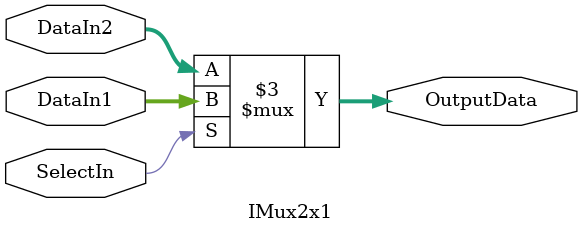
<source format=v>
module IMux2x1 (
                 OutputData ,   //  32 bits

              
		///  Inputs

                 DataIn1 ,
                 DataIn2 ,
                 SelectIn

              );

parameter Size = 8;
output  [Size-1:0] OutputData ;

reg     [Size-1:0] OutputData ;

input   [Size-1:0]  DataIn1 ;
input   [Size-1:0]  DataIn2 ;
input   SelectIn ;

always @ ( DataIn1 or DataIn2 or SelectIn )
     begin //{
        if ( SelectIn )
            OutputData = DataIn1 ;
        else
            OutputData = DataIn2 ; 
      end //}

endmodule

</source>
